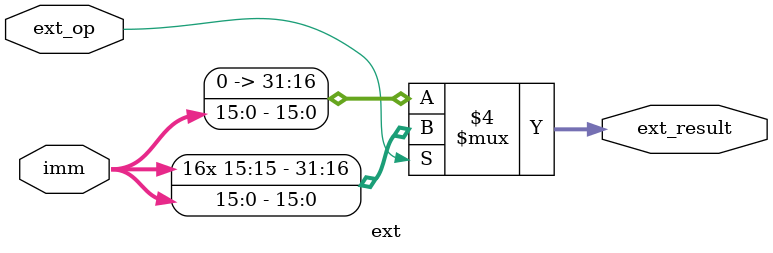
<source format=v>
module ext(imm, ext_result, ext_op);    // 符号扩展的模块
  input [15: 0] imm;       //需要符号扩展的16位立即数
  output reg [31: 0] ext_result;      // 32位扩展结果
  input ext_op;    // 控制是否进行有符号扩展的信号

  always @(*) begin
    if(ext_op == 1)
        ext_result = {{16{imm[15]}}, imm[15: 0]};
    else
        ext_result = {{16{1'b0}}, imm[15: 0]};
    
    // $display("(ext.v) imm: %h, ext_result: %h", imm, ext_result);
  end
endmodule
</source>
